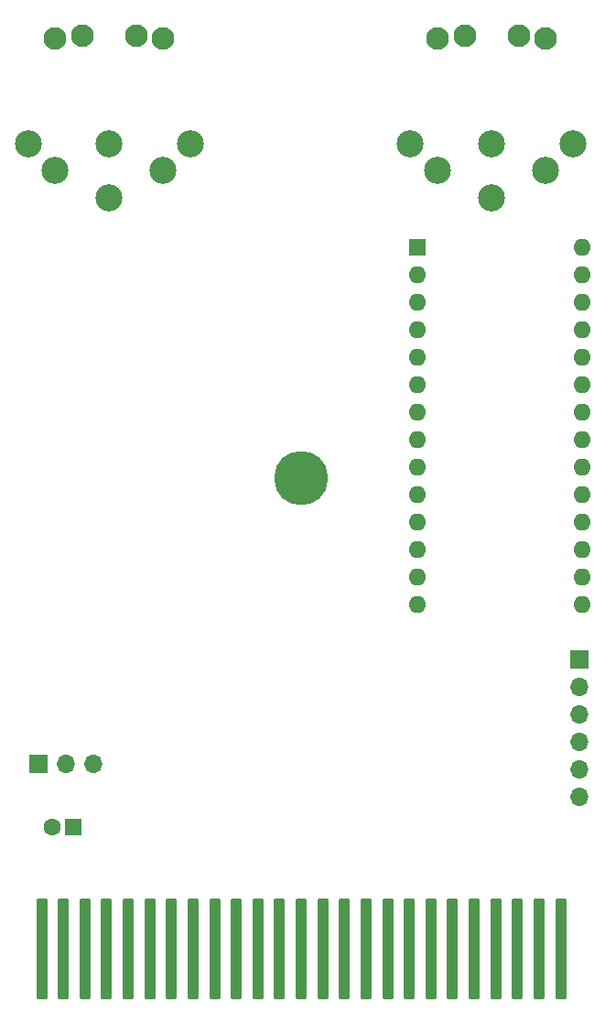
<source format=gbs>
G04 #@! TF.GenerationSoftware,KiCad,Pcbnew,6.0.2+dfsg-1*
G04 #@! TF.CreationDate,2025-05-07T10:44:28+02:00*
G04 #@! TF.ProjectId,burstcart-cpld-44,62757273-7463-4617-9274-2d63706c642d,1.1*
G04 #@! TF.SameCoordinates,Original*
G04 #@! TF.FileFunction,Soldermask,Bot*
G04 #@! TF.FilePolarity,Negative*
%FSLAX46Y46*%
G04 Gerber Fmt 4.6, Leading zero omitted, Abs format (unit mm)*
G04 Created by KiCad (PCBNEW 6.0.2+dfsg-1) date 2025-05-07 10:44:28*
%MOMM*%
%LPD*%
G01*
G04 APERTURE LIST*
G04 Aperture macros list*
%AMRoundRect*
0 Rectangle with rounded corners*
0 $1 Rounding radius*
0 $2 $3 $4 $5 $6 $7 $8 $9 X,Y pos of 4 corners*
0 Add a 4 corners polygon primitive as box body*
4,1,4,$2,$3,$4,$5,$6,$7,$8,$9,$2,$3,0*
0 Add four circle primitives for the rounded corners*
1,1,$1+$1,$2,$3*
1,1,$1+$1,$4,$5*
1,1,$1+$1,$6,$7*
1,1,$1+$1,$8,$9*
0 Add four rect primitives between the rounded corners*
20,1,$1+$1,$2,$3,$4,$5,0*
20,1,$1+$1,$4,$5,$6,$7,0*
20,1,$1+$1,$6,$7,$8,$9,0*
20,1,$1+$1,$8,$9,$2,$3,0*%
G04 Aperture macros list end*
%ADD10C,2.100000*%
%ADD11C,2.500000*%
%ADD12R,1.600000X1.600000*%
%ADD13O,1.600000X1.600000*%
%ADD14R,1.700000X1.700000*%
%ADD15O,1.700000X1.700000*%
%ADD16C,5.000000*%
%ADD17RoundRect,0.163300X-0.337500X-4.512500X0.337500X-4.512500X0.337500X4.512500X-0.337500X4.512500X0*%
%ADD18C,1.600000*%
G04 APERTURE END LIST*
D10*
X127976000Y-53294000D03*
X125476000Y-53594000D03*
X132976000Y-53294000D03*
X135476000Y-53594000D03*
D11*
X122976000Y-63294000D03*
X125476000Y-65794000D03*
X130476000Y-63294000D03*
X135476000Y-65794000D03*
X137976000Y-63294000D03*
X130476000Y-68294000D03*
D12*
X158999000Y-72854600D03*
D13*
X158999000Y-75394600D03*
X158999000Y-77934600D03*
X158999000Y-80474600D03*
X158999000Y-83014600D03*
X158999000Y-85554600D03*
X158999000Y-88094600D03*
X158999000Y-90634600D03*
X158999000Y-93174600D03*
X158999000Y-95714600D03*
X158999000Y-98254600D03*
X158999000Y-100794600D03*
X158999000Y-103334600D03*
X158999000Y-105874600D03*
X174239000Y-105874600D03*
X174239000Y-103334600D03*
X174239000Y-100794600D03*
X174239000Y-98254600D03*
X174239000Y-95714600D03*
X174239000Y-93174600D03*
X174239000Y-90634600D03*
X174239000Y-88094600D03*
X174239000Y-85554600D03*
X174239000Y-83014600D03*
X174239000Y-80474600D03*
X174239000Y-77934600D03*
X174239000Y-75394600D03*
X174239000Y-72854600D03*
D14*
X123967000Y-120650000D03*
D15*
X126507000Y-120650000D03*
X129047000Y-120650000D03*
D16*
X148253100Y-94259600D03*
D17*
X124253100Y-137759600D03*
X168253100Y-137759600D03*
X126253100Y-137759600D03*
X170253100Y-137759600D03*
X128253100Y-137759600D03*
X172253100Y-137759600D03*
X130253100Y-137759600D03*
X132253100Y-137759600D03*
X134253100Y-137759600D03*
X136253100Y-137759600D03*
X138253100Y-137759600D03*
X140253100Y-137759600D03*
X142253100Y-137759600D03*
X144253100Y-137759600D03*
X146253100Y-137759600D03*
X148253100Y-137759600D03*
X150253100Y-137759600D03*
X152253100Y-137759600D03*
X154253100Y-137759600D03*
X156253100Y-137759600D03*
X158253100Y-137759600D03*
X160253100Y-137759600D03*
X162253100Y-137759600D03*
X164253100Y-137759600D03*
X166253100Y-137759600D03*
D10*
X170862000Y-53594000D03*
X168362000Y-53294000D03*
X160862000Y-53594000D03*
X163362000Y-53294000D03*
D11*
X158362000Y-63294000D03*
X160862000Y-65794000D03*
X165862000Y-63294000D03*
X170862000Y-65794000D03*
X173362000Y-63294000D03*
X165862000Y-68294000D03*
D12*
X127193100Y-126492000D03*
D18*
X125193100Y-126492000D03*
D14*
X173990000Y-110998000D03*
D15*
X173990000Y-113538000D03*
X173990000Y-116078000D03*
X173990000Y-118618000D03*
X173990000Y-121158000D03*
X173990000Y-123698000D03*
M02*

</source>
